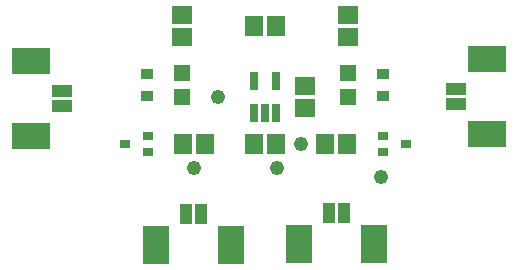
<source format=gts>
G75*
%MOIN*%
%OFA0B0*%
%FSLAX25Y25*%
%IPPOS*%
%LPD*%
%AMOC8*
5,1,8,0,0,1.08239X$1,22.5*
%
%ADD10R,0.05918X0.06706*%
%ADD11R,0.06706X0.05918*%
%ADD12R,0.05524X0.05524*%
%ADD13R,0.03950X0.03556*%
%ADD14R,0.03359X0.03162*%
%ADD15R,0.12611X0.09068*%
%ADD16R,0.07099X0.03950*%
%ADD17R,0.03000X0.06000*%
%ADD18R,0.09068X0.12611*%
%ADD19R,0.03950X0.07099*%
%ADD20C,0.04762*%
D10*
X0061858Y0045226D03*
X0069339Y0045226D03*
X0085480Y0045226D03*
X0092961Y0045226D03*
X0109102Y0045226D03*
X0116583Y0045226D03*
X0092961Y0084596D03*
X0085480Y0084596D03*
D11*
X0061661Y0080856D03*
X0061661Y0088336D03*
X0102469Y0064714D03*
X0102469Y0057234D03*
X0116780Y0080856D03*
X0116780Y0088336D03*
D12*
X0116780Y0069045D03*
X0116780Y0060777D03*
X0061661Y0060777D03*
X0061661Y0069045D03*
D13*
X0049850Y0068454D03*
X0049850Y0061368D03*
X0128591Y0061368D03*
X0128591Y0068454D03*
D14*
X0128394Y0047785D03*
X0136071Y0045226D03*
X0128394Y0042667D03*
X0050047Y0042667D03*
X0042370Y0045226D03*
X0050047Y0047785D03*
D15*
X0011285Y0047894D03*
X0011285Y0072894D03*
X0163236Y0073474D03*
X0163236Y0048474D03*
D16*
X0153000Y0058513D03*
X0153000Y0063435D03*
X0021521Y0062855D03*
X0021521Y0057933D03*
D17*
X0085520Y0055574D03*
X0089220Y0055574D03*
X0092920Y0055574D03*
X0092920Y0066374D03*
X0085520Y0066374D03*
D18*
X0052958Y0011677D03*
X0077958Y0011677D03*
X0100403Y0011877D03*
X0125403Y0011877D03*
D19*
X0115363Y0022114D03*
X0110442Y0022114D03*
X0067919Y0021914D03*
X0062998Y0021914D03*
D20*
X0065598Y0037352D03*
X0093157Y0037352D03*
X0101031Y0045226D03*
X0127868Y0034243D03*
X0073472Y0060974D03*
M02*

</source>
